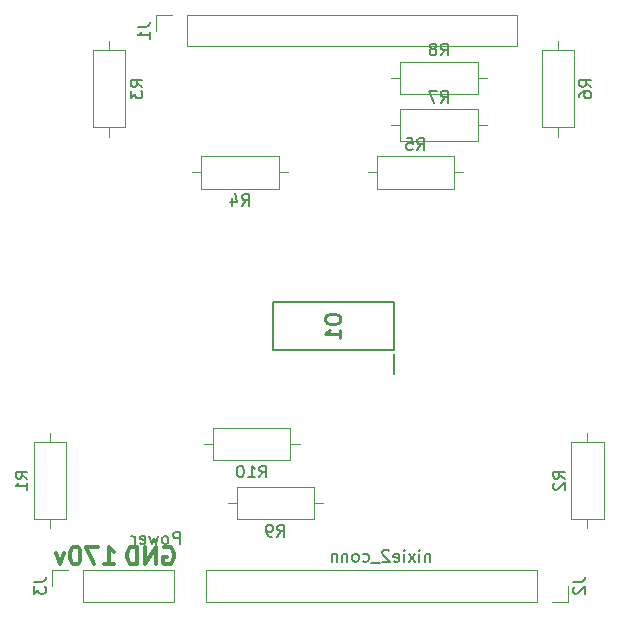
<source format=gbo>
G04 #@! TF.GenerationSoftware,KiCad,Pcbnew,5.1.6*
G04 #@! TF.CreationDate,2020-08-10T12:56:34+02:00*
G04 #@! TF.ProjectId,nixie_clock_holder,6e697869-655f-4636-9c6f-636b5f686f6c,rev?*
G04 #@! TF.SameCoordinates,Original*
G04 #@! TF.FileFunction,Legend,Bot*
G04 #@! TF.FilePolarity,Positive*
%FSLAX46Y46*%
G04 Gerber Fmt 4.6, Leading zero omitted, Abs format (unit mm)*
G04 Created by KiCad (PCBNEW 5.1.6) date 2020-08-10 12:56:34*
%MOMM*%
%LPD*%
G01*
G04 APERTURE LIST*
%ADD10C,0.300000*%
%ADD11C,0.120000*%
%ADD12C,0.200000*%
%ADD13C,0.150000*%
%ADD14C,0.254000*%
G04 APERTURE END LIST*
D10*
X178571428Y-126178571D02*
X179428571Y-126178571D01*
X179000000Y-126178571D02*
X179000000Y-124678571D01*
X179142857Y-124892857D01*
X179285714Y-125035714D01*
X179428571Y-125107142D01*
X178071428Y-124678571D02*
X177071428Y-124678571D01*
X177714285Y-126178571D01*
X176214285Y-124678571D02*
X176071428Y-124678571D01*
X175928571Y-124750000D01*
X175857142Y-124821428D01*
X175785714Y-124964285D01*
X175714285Y-125250000D01*
X175714285Y-125607142D01*
X175785714Y-125892857D01*
X175857142Y-126035714D01*
X175928571Y-126107142D01*
X176071428Y-126178571D01*
X176214285Y-126178571D01*
X176357142Y-126107142D01*
X176428571Y-126035714D01*
X176500000Y-125892857D01*
X176571428Y-125607142D01*
X176571428Y-125250000D01*
X176500000Y-124964285D01*
X176428571Y-124821428D01*
X176357142Y-124750000D01*
X176214285Y-124678571D01*
X175214285Y-125178571D02*
X174857142Y-126178571D01*
X174500000Y-125178571D01*
X183642857Y-124750000D02*
X183785714Y-124678571D01*
X184000000Y-124678571D01*
X184214285Y-124750000D01*
X184357142Y-124892857D01*
X184428571Y-125035714D01*
X184500000Y-125321428D01*
X184500000Y-125535714D01*
X184428571Y-125821428D01*
X184357142Y-125964285D01*
X184214285Y-126107142D01*
X184000000Y-126178571D01*
X183857142Y-126178571D01*
X183642857Y-126107142D01*
X183571428Y-126035714D01*
X183571428Y-125535714D01*
X183857142Y-125535714D01*
X182928571Y-126178571D02*
X182928571Y-124678571D01*
X182071428Y-126178571D01*
X182071428Y-124678571D01*
X181357142Y-126178571D02*
X181357142Y-124678571D01*
X181000000Y-124678571D01*
X180785714Y-124750000D01*
X180642857Y-124892857D01*
X180571428Y-125035714D01*
X180500000Y-125321428D01*
X180500000Y-125535714D01*
X180571428Y-125821428D01*
X180642857Y-125964285D01*
X180785714Y-126107142D01*
X181000000Y-126178571D01*
X181357142Y-126178571D01*
D11*
G04 #@! TO.C,R10*
X187810000Y-117370000D02*
X187810000Y-114630000D01*
X187810000Y-114630000D02*
X194350000Y-114630000D01*
X194350000Y-114630000D02*
X194350000Y-117370000D01*
X194350000Y-117370000D02*
X187810000Y-117370000D01*
X187040000Y-116000000D02*
X187810000Y-116000000D01*
X195120000Y-116000000D02*
X194350000Y-116000000D01*
G04 #@! TO.C,R9*
X189810000Y-122370000D02*
X189810000Y-119630000D01*
X189810000Y-119630000D02*
X196350000Y-119630000D01*
X196350000Y-119630000D02*
X196350000Y-122370000D01*
X196350000Y-122370000D02*
X189810000Y-122370000D01*
X189040000Y-121000000D02*
X189810000Y-121000000D01*
X197120000Y-121000000D02*
X196350000Y-121000000D01*
G04 #@! TO.C,R8*
X210190000Y-83630000D02*
X210190000Y-86370000D01*
X210190000Y-86370000D02*
X203650000Y-86370000D01*
X203650000Y-86370000D02*
X203650000Y-83630000D01*
X203650000Y-83630000D02*
X210190000Y-83630000D01*
X210960000Y-85000000D02*
X210190000Y-85000000D01*
X202880000Y-85000000D02*
X203650000Y-85000000D01*
G04 #@! TO.C,R7*
X210190000Y-87630000D02*
X210190000Y-90370000D01*
X210190000Y-90370000D02*
X203650000Y-90370000D01*
X203650000Y-90370000D02*
X203650000Y-87630000D01*
X203650000Y-87630000D02*
X210190000Y-87630000D01*
X210960000Y-89000000D02*
X210190000Y-89000000D01*
X202880000Y-89000000D02*
X203650000Y-89000000D01*
G04 #@! TO.C,R6*
X218370000Y-89190000D02*
X215630000Y-89190000D01*
X215630000Y-89190000D02*
X215630000Y-82650000D01*
X215630000Y-82650000D02*
X218370000Y-82650000D01*
X218370000Y-82650000D02*
X218370000Y-89190000D01*
X217000000Y-89960000D02*
X217000000Y-89190000D01*
X217000000Y-81880000D02*
X217000000Y-82650000D01*
G04 #@! TO.C,R5*
X208190000Y-91630000D02*
X208190000Y-94370000D01*
X208190000Y-94370000D02*
X201650000Y-94370000D01*
X201650000Y-94370000D02*
X201650000Y-91630000D01*
X201650000Y-91630000D02*
X208190000Y-91630000D01*
X208960000Y-93000000D02*
X208190000Y-93000000D01*
X200880000Y-93000000D02*
X201650000Y-93000000D01*
G04 #@! TO.C,R4*
X186810000Y-94370000D02*
X186810000Y-91630000D01*
X186810000Y-91630000D02*
X193350000Y-91630000D01*
X193350000Y-91630000D02*
X193350000Y-94370000D01*
X193350000Y-94370000D02*
X186810000Y-94370000D01*
X186040000Y-93000000D02*
X186810000Y-93000000D01*
X194120000Y-93000000D02*
X193350000Y-93000000D01*
G04 #@! TO.C,R3*
X180370000Y-89190000D02*
X177630000Y-89190000D01*
X177630000Y-89190000D02*
X177630000Y-82650000D01*
X177630000Y-82650000D02*
X180370000Y-82650000D01*
X180370000Y-82650000D02*
X180370000Y-89190000D01*
X179000000Y-89960000D02*
X179000000Y-89190000D01*
X179000000Y-81880000D02*
X179000000Y-82650000D01*
G04 #@! TO.C,R2*
X218130000Y-115810000D02*
X220870000Y-115810000D01*
X220870000Y-115810000D02*
X220870000Y-122350000D01*
X220870000Y-122350000D02*
X218130000Y-122350000D01*
X218130000Y-122350000D02*
X218130000Y-115810000D01*
X219500000Y-115040000D02*
X219500000Y-115810000D01*
X219500000Y-123120000D02*
X219500000Y-122350000D01*
G04 #@! TO.C,R1*
X172630000Y-115810000D02*
X175370000Y-115810000D01*
X175370000Y-115810000D02*
X175370000Y-122350000D01*
X175370000Y-122350000D02*
X172630000Y-122350000D01*
X172630000Y-122350000D02*
X172630000Y-115810000D01*
X174000000Y-115040000D02*
X174000000Y-115810000D01*
X174000000Y-123120000D02*
X174000000Y-122350000D01*
D12*
G04 #@! TO.C,O1*
X203145000Y-110025000D02*
X203145000Y-108375000D01*
X192850000Y-108025000D02*
X203150000Y-108025000D01*
X192850000Y-103975000D02*
X192850000Y-108025000D01*
X203150000Y-103975000D02*
X192850000Y-103975000D01*
X203150000Y-108025000D02*
X203150000Y-103975000D01*
D11*
G04 #@! TO.C,J3*
X184450000Y-126670000D02*
X184450000Y-129330000D01*
X176770000Y-126670000D02*
X184450000Y-126670000D01*
X176770000Y-129330000D02*
X184450000Y-129330000D01*
X176770000Y-126670000D02*
X176770000Y-129330000D01*
X175500000Y-126670000D02*
X174170000Y-126670000D01*
X174170000Y-126670000D02*
X174170000Y-128000000D01*
G04 #@! TO.C,J2*
X187230000Y-129330000D02*
X187230000Y-126670000D01*
X215230000Y-129330000D02*
X187230000Y-129330000D01*
X215230000Y-126670000D02*
X187230000Y-126670000D01*
X215230000Y-129330000D02*
X215230000Y-126670000D01*
X216500000Y-129330000D02*
X217830000Y-129330000D01*
X217830000Y-129330000D02*
X217830000Y-128000000D01*
G04 #@! TO.C,J1*
X213570000Y-79670000D02*
X213570000Y-82330000D01*
X185570000Y-79670000D02*
X213570000Y-79670000D01*
X185570000Y-82330000D02*
X213570000Y-82330000D01*
X185570000Y-79670000D02*
X185570000Y-82330000D01*
X184300000Y-79670000D02*
X182970000Y-79670000D01*
X182970000Y-79670000D02*
X182970000Y-81000000D01*
G04 #@! TO.C,R10*
D13*
X191722857Y-118822380D02*
X192056190Y-118346190D01*
X192294285Y-118822380D02*
X192294285Y-117822380D01*
X191913333Y-117822380D01*
X191818095Y-117870000D01*
X191770476Y-117917619D01*
X191722857Y-118012857D01*
X191722857Y-118155714D01*
X191770476Y-118250952D01*
X191818095Y-118298571D01*
X191913333Y-118346190D01*
X192294285Y-118346190D01*
X190770476Y-118822380D02*
X191341904Y-118822380D01*
X191056190Y-118822380D02*
X191056190Y-117822380D01*
X191151428Y-117965238D01*
X191246666Y-118060476D01*
X191341904Y-118108095D01*
X190151428Y-117822380D02*
X190056190Y-117822380D01*
X189960952Y-117870000D01*
X189913333Y-117917619D01*
X189865714Y-118012857D01*
X189818095Y-118203333D01*
X189818095Y-118441428D01*
X189865714Y-118631904D01*
X189913333Y-118727142D01*
X189960952Y-118774761D01*
X190056190Y-118822380D01*
X190151428Y-118822380D01*
X190246666Y-118774761D01*
X190294285Y-118727142D01*
X190341904Y-118631904D01*
X190389523Y-118441428D01*
X190389523Y-118203333D01*
X190341904Y-118012857D01*
X190294285Y-117917619D01*
X190246666Y-117870000D01*
X190151428Y-117822380D01*
G04 #@! TO.C,R9*
X193246666Y-123822380D02*
X193580000Y-123346190D01*
X193818095Y-123822380D02*
X193818095Y-122822380D01*
X193437142Y-122822380D01*
X193341904Y-122870000D01*
X193294285Y-122917619D01*
X193246666Y-123012857D01*
X193246666Y-123155714D01*
X193294285Y-123250952D01*
X193341904Y-123298571D01*
X193437142Y-123346190D01*
X193818095Y-123346190D01*
X192770476Y-123822380D02*
X192580000Y-123822380D01*
X192484761Y-123774761D01*
X192437142Y-123727142D01*
X192341904Y-123584285D01*
X192294285Y-123393809D01*
X192294285Y-123012857D01*
X192341904Y-122917619D01*
X192389523Y-122870000D01*
X192484761Y-122822380D01*
X192675238Y-122822380D01*
X192770476Y-122870000D01*
X192818095Y-122917619D01*
X192865714Y-123012857D01*
X192865714Y-123250952D01*
X192818095Y-123346190D01*
X192770476Y-123393809D01*
X192675238Y-123441428D01*
X192484761Y-123441428D01*
X192389523Y-123393809D01*
X192341904Y-123346190D01*
X192294285Y-123250952D01*
G04 #@! TO.C,R8*
X207086666Y-83082380D02*
X207420000Y-82606190D01*
X207658095Y-83082380D02*
X207658095Y-82082380D01*
X207277142Y-82082380D01*
X207181904Y-82130000D01*
X207134285Y-82177619D01*
X207086666Y-82272857D01*
X207086666Y-82415714D01*
X207134285Y-82510952D01*
X207181904Y-82558571D01*
X207277142Y-82606190D01*
X207658095Y-82606190D01*
X206515238Y-82510952D02*
X206610476Y-82463333D01*
X206658095Y-82415714D01*
X206705714Y-82320476D01*
X206705714Y-82272857D01*
X206658095Y-82177619D01*
X206610476Y-82130000D01*
X206515238Y-82082380D01*
X206324761Y-82082380D01*
X206229523Y-82130000D01*
X206181904Y-82177619D01*
X206134285Y-82272857D01*
X206134285Y-82320476D01*
X206181904Y-82415714D01*
X206229523Y-82463333D01*
X206324761Y-82510952D01*
X206515238Y-82510952D01*
X206610476Y-82558571D01*
X206658095Y-82606190D01*
X206705714Y-82701428D01*
X206705714Y-82891904D01*
X206658095Y-82987142D01*
X206610476Y-83034761D01*
X206515238Y-83082380D01*
X206324761Y-83082380D01*
X206229523Y-83034761D01*
X206181904Y-82987142D01*
X206134285Y-82891904D01*
X206134285Y-82701428D01*
X206181904Y-82606190D01*
X206229523Y-82558571D01*
X206324761Y-82510952D01*
G04 #@! TO.C,R7*
X207086666Y-87082380D02*
X207420000Y-86606190D01*
X207658095Y-87082380D02*
X207658095Y-86082380D01*
X207277142Y-86082380D01*
X207181904Y-86130000D01*
X207134285Y-86177619D01*
X207086666Y-86272857D01*
X207086666Y-86415714D01*
X207134285Y-86510952D01*
X207181904Y-86558571D01*
X207277142Y-86606190D01*
X207658095Y-86606190D01*
X206753333Y-86082380D02*
X206086666Y-86082380D01*
X206515238Y-87082380D01*
G04 #@! TO.C,R6*
X219822380Y-85753333D02*
X219346190Y-85420000D01*
X219822380Y-85181904D02*
X218822380Y-85181904D01*
X218822380Y-85562857D01*
X218870000Y-85658095D01*
X218917619Y-85705714D01*
X219012857Y-85753333D01*
X219155714Y-85753333D01*
X219250952Y-85705714D01*
X219298571Y-85658095D01*
X219346190Y-85562857D01*
X219346190Y-85181904D01*
X218822380Y-86610476D02*
X218822380Y-86420000D01*
X218870000Y-86324761D01*
X218917619Y-86277142D01*
X219060476Y-86181904D01*
X219250952Y-86134285D01*
X219631904Y-86134285D01*
X219727142Y-86181904D01*
X219774761Y-86229523D01*
X219822380Y-86324761D01*
X219822380Y-86515238D01*
X219774761Y-86610476D01*
X219727142Y-86658095D01*
X219631904Y-86705714D01*
X219393809Y-86705714D01*
X219298571Y-86658095D01*
X219250952Y-86610476D01*
X219203333Y-86515238D01*
X219203333Y-86324761D01*
X219250952Y-86229523D01*
X219298571Y-86181904D01*
X219393809Y-86134285D01*
G04 #@! TO.C,R5*
X205086666Y-91082380D02*
X205420000Y-90606190D01*
X205658095Y-91082380D02*
X205658095Y-90082380D01*
X205277142Y-90082380D01*
X205181904Y-90130000D01*
X205134285Y-90177619D01*
X205086666Y-90272857D01*
X205086666Y-90415714D01*
X205134285Y-90510952D01*
X205181904Y-90558571D01*
X205277142Y-90606190D01*
X205658095Y-90606190D01*
X204181904Y-90082380D02*
X204658095Y-90082380D01*
X204705714Y-90558571D01*
X204658095Y-90510952D01*
X204562857Y-90463333D01*
X204324761Y-90463333D01*
X204229523Y-90510952D01*
X204181904Y-90558571D01*
X204134285Y-90653809D01*
X204134285Y-90891904D01*
X204181904Y-90987142D01*
X204229523Y-91034761D01*
X204324761Y-91082380D01*
X204562857Y-91082380D01*
X204658095Y-91034761D01*
X204705714Y-90987142D01*
G04 #@! TO.C,R4*
X190246666Y-95822380D02*
X190580000Y-95346190D01*
X190818095Y-95822380D02*
X190818095Y-94822380D01*
X190437142Y-94822380D01*
X190341904Y-94870000D01*
X190294285Y-94917619D01*
X190246666Y-95012857D01*
X190246666Y-95155714D01*
X190294285Y-95250952D01*
X190341904Y-95298571D01*
X190437142Y-95346190D01*
X190818095Y-95346190D01*
X189389523Y-95155714D02*
X189389523Y-95822380D01*
X189627619Y-94774761D02*
X189865714Y-95489047D01*
X189246666Y-95489047D01*
G04 #@! TO.C,R3*
X181822380Y-85753333D02*
X181346190Y-85420000D01*
X181822380Y-85181904D02*
X180822380Y-85181904D01*
X180822380Y-85562857D01*
X180870000Y-85658095D01*
X180917619Y-85705714D01*
X181012857Y-85753333D01*
X181155714Y-85753333D01*
X181250952Y-85705714D01*
X181298571Y-85658095D01*
X181346190Y-85562857D01*
X181346190Y-85181904D01*
X180822380Y-86086666D02*
X180822380Y-86705714D01*
X181203333Y-86372380D01*
X181203333Y-86515238D01*
X181250952Y-86610476D01*
X181298571Y-86658095D01*
X181393809Y-86705714D01*
X181631904Y-86705714D01*
X181727142Y-86658095D01*
X181774761Y-86610476D01*
X181822380Y-86515238D01*
X181822380Y-86229523D01*
X181774761Y-86134285D01*
X181727142Y-86086666D01*
G04 #@! TO.C,R2*
X217582380Y-118913333D02*
X217106190Y-118580000D01*
X217582380Y-118341904D02*
X216582380Y-118341904D01*
X216582380Y-118722857D01*
X216630000Y-118818095D01*
X216677619Y-118865714D01*
X216772857Y-118913333D01*
X216915714Y-118913333D01*
X217010952Y-118865714D01*
X217058571Y-118818095D01*
X217106190Y-118722857D01*
X217106190Y-118341904D01*
X216677619Y-119294285D02*
X216630000Y-119341904D01*
X216582380Y-119437142D01*
X216582380Y-119675238D01*
X216630000Y-119770476D01*
X216677619Y-119818095D01*
X216772857Y-119865714D01*
X216868095Y-119865714D01*
X217010952Y-119818095D01*
X217582380Y-119246666D01*
X217582380Y-119865714D01*
G04 #@! TO.C,R1*
X172082380Y-118913333D02*
X171606190Y-118580000D01*
X172082380Y-118341904D02*
X171082380Y-118341904D01*
X171082380Y-118722857D01*
X171130000Y-118818095D01*
X171177619Y-118865714D01*
X171272857Y-118913333D01*
X171415714Y-118913333D01*
X171510952Y-118865714D01*
X171558571Y-118818095D01*
X171606190Y-118722857D01*
X171606190Y-118341904D01*
X172082380Y-119865714D02*
X172082380Y-119294285D01*
X172082380Y-119580000D02*
X171082380Y-119580000D01*
X171225238Y-119484761D01*
X171320476Y-119389523D01*
X171368095Y-119294285D01*
G04 #@! TO.C,O1*
D14*
X197304523Y-105274285D02*
X197304523Y-105516190D01*
X197365000Y-105637142D01*
X197485952Y-105758095D01*
X197727857Y-105818571D01*
X198151190Y-105818571D01*
X198393095Y-105758095D01*
X198514047Y-105637142D01*
X198574523Y-105516190D01*
X198574523Y-105274285D01*
X198514047Y-105153333D01*
X198393095Y-105032380D01*
X198151190Y-104971904D01*
X197727857Y-104971904D01*
X197485952Y-105032380D01*
X197365000Y-105153333D01*
X197304523Y-105274285D01*
X198574523Y-107028095D02*
X198574523Y-106302380D01*
X198574523Y-106665238D02*
X197304523Y-106665238D01*
X197485952Y-106544285D01*
X197606904Y-106423333D01*
X197667380Y-106302380D01*
G04 #@! TO.C,J3*
D13*
X172622380Y-127666666D02*
X173336666Y-127666666D01*
X173479523Y-127619047D01*
X173574761Y-127523809D01*
X173622380Y-127380952D01*
X173622380Y-127285714D01*
X172622380Y-128047619D02*
X172622380Y-128666666D01*
X173003333Y-128333333D01*
X173003333Y-128476190D01*
X173050952Y-128571428D01*
X173098571Y-128619047D01*
X173193809Y-128666666D01*
X173431904Y-128666666D01*
X173527142Y-128619047D01*
X173574761Y-128571428D01*
X173622380Y-128476190D01*
X173622380Y-128190476D01*
X173574761Y-128095238D01*
X173527142Y-128047619D01*
X184976190Y-124452380D02*
X184976190Y-123452380D01*
X184595238Y-123452380D01*
X184500000Y-123500000D01*
X184452380Y-123547619D01*
X184404761Y-123642857D01*
X184404761Y-123785714D01*
X184452380Y-123880952D01*
X184500000Y-123928571D01*
X184595238Y-123976190D01*
X184976190Y-123976190D01*
X183833333Y-124452380D02*
X183928571Y-124404761D01*
X183976190Y-124357142D01*
X184023809Y-124261904D01*
X184023809Y-123976190D01*
X183976190Y-123880952D01*
X183928571Y-123833333D01*
X183833333Y-123785714D01*
X183690476Y-123785714D01*
X183595238Y-123833333D01*
X183547619Y-123880952D01*
X183500000Y-123976190D01*
X183500000Y-124261904D01*
X183547619Y-124357142D01*
X183595238Y-124404761D01*
X183690476Y-124452380D01*
X183833333Y-124452380D01*
X183166666Y-123785714D02*
X182976190Y-124452380D01*
X182785714Y-123976190D01*
X182595238Y-124452380D01*
X182404761Y-123785714D01*
X181642857Y-124404761D02*
X181738095Y-124452380D01*
X181928571Y-124452380D01*
X182023809Y-124404761D01*
X182071428Y-124309523D01*
X182071428Y-123928571D01*
X182023809Y-123833333D01*
X181928571Y-123785714D01*
X181738095Y-123785714D01*
X181642857Y-123833333D01*
X181595238Y-123928571D01*
X181595238Y-124023809D01*
X182071428Y-124119047D01*
X181166666Y-124452380D02*
X181166666Y-123785714D01*
X181166666Y-123976190D02*
X181119047Y-123880952D01*
X181071428Y-123833333D01*
X180976190Y-123785714D01*
X180880952Y-123785714D01*
G04 #@! TO.C,J2*
X218282380Y-127666666D02*
X218996666Y-127666666D01*
X219139523Y-127619047D01*
X219234761Y-127523809D01*
X219282380Y-127380952D01*
X219282380Y-127285714D01*
X218377619Y-128095238D02*
X218330000Y-128142857D01*
X218282380Y-128238095D01*
X218282380Y-128476190D01*
X218330000Y-128571428D01*
X218377619Y-128619047D01*
X218472857Y-128666666D01*
X218568095Y-128666666D01*
X218710952Y-128619047D01*
X219282380Y-128047619D01*
X219282380Y-128666666D01*
X206166666Y-125285714D02*
X206166666Y-125952380D01*
X206166666Y-125380952D02*
X206119047Y-125333333D01*
X206023809Y-125285714D01*
X205880952Y-125285714D01*
X205785714Y-125333333D01*
X205738095Y-125428571D01*
X205738095Y-125952380D01*
X205261904Y-125952380D02*
X205261904Y-125285714D01*
X205261904Y-124952380D02*
X205309523Y-125000000D01*
X205261904Y-125047619D01*
X205214285Y-125000000D01*
X205261904Y-124952380D01*
X205261904Y-125047619D01*
X204880952Y-125952380D02*
X204357142Y-125285714D01*
X204880952Y-125285714D02*
X204357142Y-125952380D01*
X203976190Y-125952380D02*
X203976190Y-125285714D01*
X203976190Y-124952380D02*
X204023809Y-125000000D01*
X203976190Y-125047619D01*
X203928571Y-125000000D01*
X203976190Y-124952380D01*
X203976190Y-125047619D01*
X203119047Y-125904761D02*
X203214285Y-125952380D01*
X203404761Y-125952380D01*
X203500000Y-125904761D01*
X203547619Y-125809523D01*
X203547619Y-125428571D01*
X203500000Y-125333333D01*
X203404761Y-125285714D01*
X203214285Y-125285714D01*
X203119047Y-125333333D01*
X203071428Y-125428571D01*
X203071428Y-125523809D01*
X203547619Y-125619047D01*
X202690476Y-125047619D02*
X202642857Y-125000000D01*
X202547619Y-124952380D01*
X202309523Y-124952380D01*
X202214285Y-125000000D01*
X202166666Y-125047619D01*
X202119047Y-125142857D01*
X202119047Y-125238095D01*
X202166666Y-125380952D01*
X202738095Y-125952380D01*
X202119047Y-125952380D01*
X201928571Y-126047619D02*
X201166666Y-126047619D01*
X200500000Y-125904761D02*
X200595238Y-125952380D01*
X200785714Y-125952380D01*
X200880952Y-125904761D01*
X200928571Y-125857142D01*
X200976190Y-125761904D01*
X200976190Y-125476190D01*
X200928571Y-125380952D01*
X200880952Y-125333333D01*
X200785714Y-125285714D01*
X200595238Y-125285714D01*
X200500000Y-125333333D01*
X199928571Y-125952380D02*
X200023809Y-125904761D01*
X200071428Y-125857142D01*
X200119047Y-125761904D01*
X200119047Y-125476190D01*
X200071428Y-125380952D01*
X200023809Y-125333333D01*
X199928571Y-125285714D01*
X199785714Y-125285714D01*
X199690476Y-125333333D01*
X199642857Y-125380952D01*
X199595238Y-125476190D01*
X199595238Y-125761904D01*
X199642857Y-125857142D01*
X199690476Y-125904761D01*
X199785714Y-125952380D01*
X199928571Y-125952380D01*
X199166666Y-125285714D02*
X199166666Y-125952380D01*
X199166666Y-125380952D02*
X199119047Y-125333333D01*
X199023809Y-125285714D01*
X198880952Y-125285714D01*
X198785714Y-125333333D01*
X198738095Y-125428571D01*
X198738095Y-125952380D01*
X198261904Y-125285714D02*
X198261904Y-125952380D01*
X198261904Y-125380952D02*
X198214285Y-125333333D01*
X198119047Y-125285714D01*
X197976190Y-125285714D01*
X197880952Y-125333333D01*
X197833333Y-125428571D01*
X197833333Y-125952380D01*
G04 #@! TO.C,J1*
X181422380Y-80666666D02*
X182136666Y-80666666D01*
X182279523Y-80619047D01*
X182374761Y-80523809D01*
X182422380Y-80380952D01*
X182422380Y-80285714D01*
X182422380Y-81666666D02*
X182422380Y-81095238D01*
X182422380Y-81380952D02*
X181422380Y-81380952D01*
X181565238Y-81285714D01*
X181660476Y-81190476D01*
X181708095Y-81095238D01*
G04 #@! TD*
M02*

</source>
